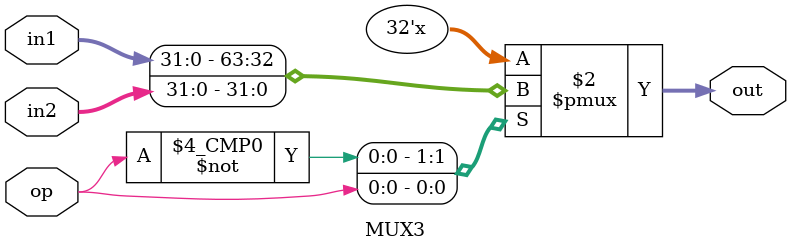
<source format=v>
`timescale 1ns / 1ps
module MUX1(in1,in2,in3,op,out);
	input [31:0]in1, in2, in3;
	input [1:0] op;
	output reg [31:0]out;
	always @* begin
		case(op)
			2'b00: out = in1;
			2'b01: out = in2;
			2'b10: out = in3;
			default: out = 32'bx;
		endcase
	end
endmodule

module MUX2(in1,in2,op,out);
	input [4:0]in1, in2;
	input [1:0] op;
	output reg [4:0]out;
	always @* begin
		case(op)
			2'b00: out = in1;
			2'b01: out = in2;
			2'b10: out = 5'b11111;
			default: out = 32'bx;
		endcase
	end
endmodule

module MUX3(in1,in2,op,out);
	input [31:0]in1, in2;
	input op;
	output reg [31:0]out;
	always @* begin
		case(op)
			1'b0: out = in1;
			1'b1: out = in2;
			default: out = 32'bx;
		endcase
	end
endmodule

</source>
